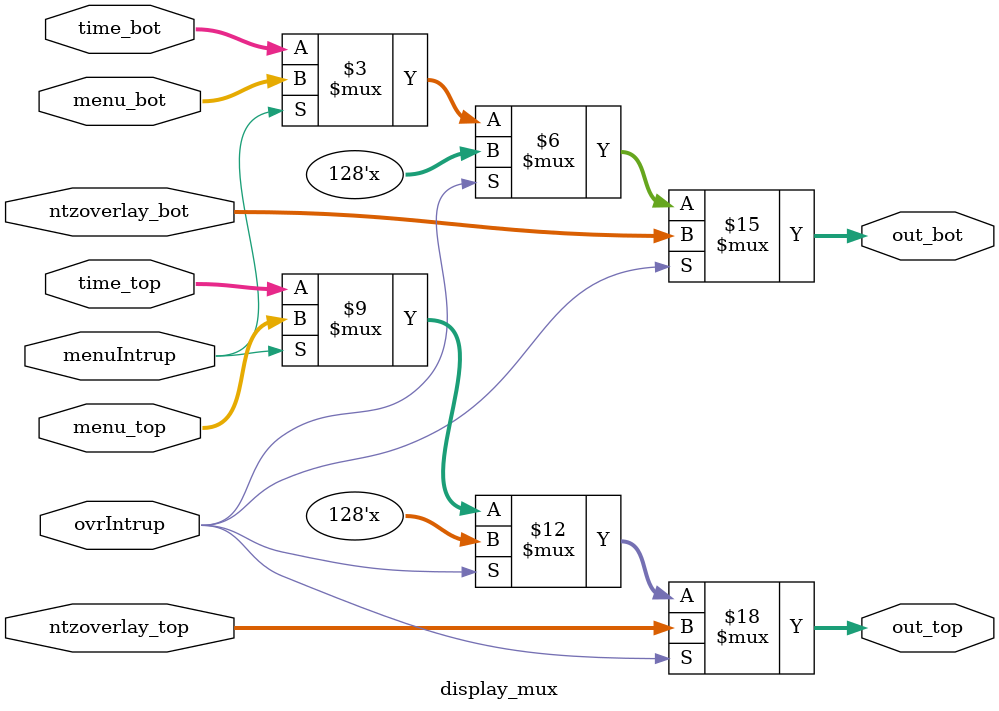
<source format=v>
`timescale 1ns / 1ps


module display_mux(
    input menuIntrup, ovrIntrup,        //interrupts
    input [127:0] time_top, menu_top,   //from time module
    input [127:0] time_bot, menu_bot,
    input [127:0] ntzoverlay_top, ntzoverlay_bot,
    output reg [127:0] out_top,         //output to display driver
    output reg [127:0] out_bot
    );
    
    always@(*)
    begin
        //sort by priority
        if(ovrIntrup)
        begin
            out_top = ntzoverlay_top;
            out_bot = ntzoverlay_bot;
        end
        else if(menuIntrup)
        begin
            out_top = menu_top;
            out_bot = menu_bot;
        end
        else
        begin
            out_top = time_top;
            out_bot = time_bot;
        end
    end
    
endmodule

</source>
